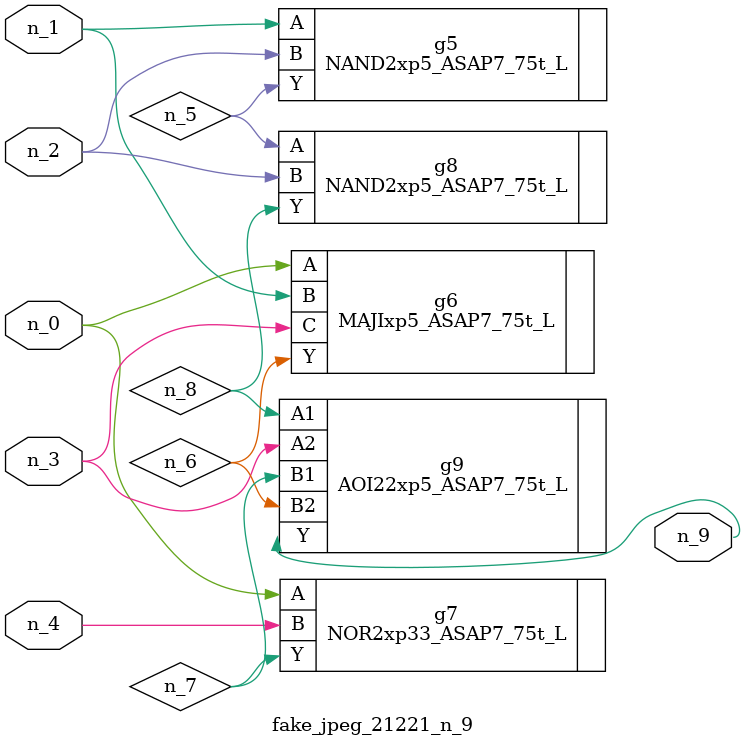
<source format=v>
module fake_jpeg_21221_n_9 (n_3, n_2, n_1, n_0, n_4, n_9);

input n_3;
input n_2;
input n_1;
input n_0;
input n_4;

output n_9;

wire n_8;
wire n_6;
wire n_5;
wire n_7;

NAND2xp5_ASAP7_75t_L g5 ( 
.A(n_1),
.B(n_2),
.Y(n_5)
);

MAJIxp5_ASAP7_75t_L g6 ( 
.A(n_0),
.B(n_1),
.C(n_3),
.Y(n_6)
);

NOR2xp33_ASAP7_75t_L g7 ( 
.A(n_0),
.B(n_4),
.Y(n_7)
);

NAND2xp5_ASAP7_75t_L g8 ( 
.A(n_5),
.B(n_2),
.Y(n_8)
);

AOI22xp5_ASAP7_75t_L g9 ( 
.A1(n_8),
.A2(n_3),
.B1(n_7),
.B2(n_6),
.Y(n_9)
);


endmodule
</source>
